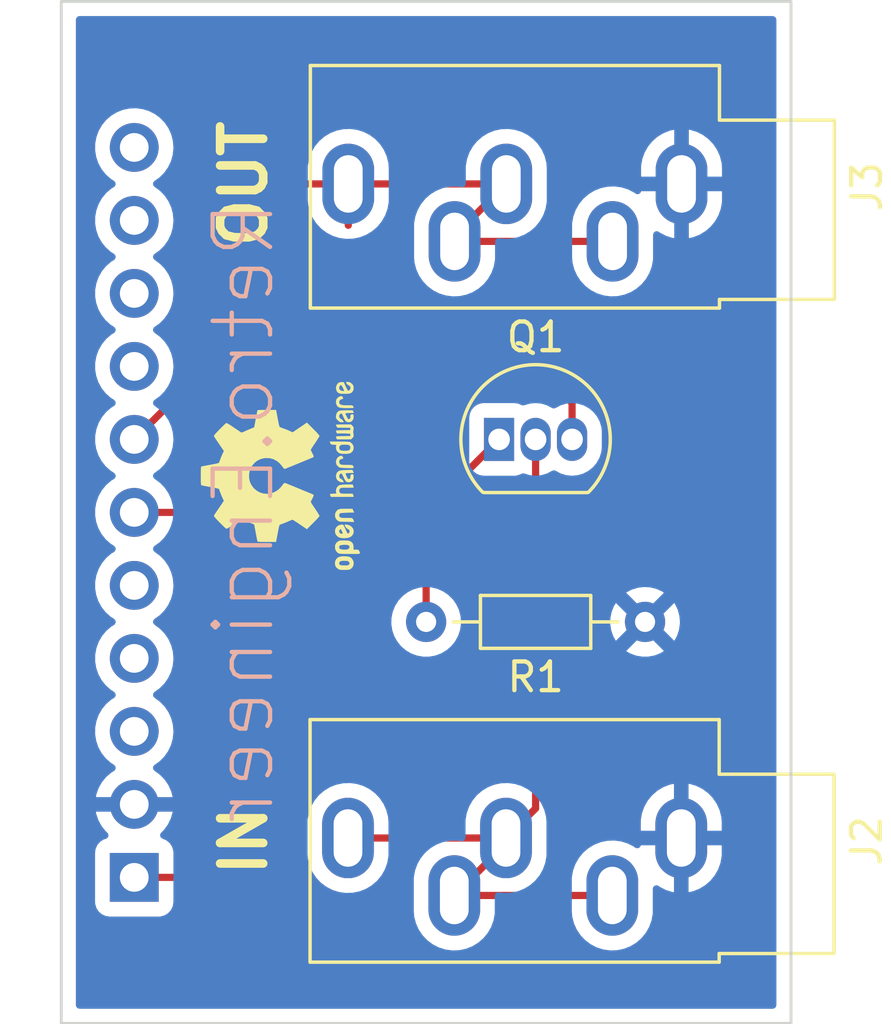
<source format=kicad_pcb>
(kicad_pcb (version 20210126) (generator pcbnew)
  (title_block (title "Sharp PC-1251 Audio Adapter") (date "28 Feb 2021") (rev "A") (company "Retro.Engineer") (comment 1 "License: Creative Commons Attribution 4.0"))
  (layers (0 "F.Cu" signal) (31 "B.Cu" signal) (34 "B.Paste" user) (35 "F.Paste" user) (36 "B.SilkS" user "B.Silkscreen") (37 "F.SilkS" user "F.Silkscreen") (38 "B.Mask" user) (39 "F.Mask" user) (44 "Edge.Cuts" user))
  (net 0 "")
  (net 1 "/GND")
  (net 2 "Net-(Q1-Pad1)")
  (net 7 "/Audio Out")
  (net 8 "Net-(J1-Pad1)")
  (net 12 "/Audio In")
  (footprint "Resistor_THT:R_Axial_DIN0204_L3.6mm_D1.6mm_P7.62mm_Horizontal" (layer "F.Cu") (at 105.41 69.85 180)
    (fp_text reference "R1" (at 3.81 -1.92) (layer "F.SilkS"))
    (fp_text value "10K")
    (fp_line (start 5.73 0.92) (end 5.73 -0.92) (layer "F.SilkS") (width 0.12))
    (fp_line (start 0.94 0) (end 1.89 0) (layer "F.SilkS") (width 0.12))
    (fp_line (start 1.89 0.92) (end 5.73 0.92) (layer "F.SilkS") (width 0.12))
    (fp_line (start 5.73 -0.92) (end 1.89 -0.92) (layer "F.SilkS") (width 0.12))
    (fp_line (start 1.89 -0.92) (end 1.89 0.92) (layer "F.SilkS") (width 0.12))
    (fp_line (start 6.68 0) (end 5.73 0) (layer "F.SilkS") (width 0.12))
    (pad "1" thru_hole circle (at 0 0 180) (size 1.4 1.4) (drill 0.7) (layers *.Cu *.Mask) (net 1 "/GND"))
    (pad "2" thru_hole oval (at 7.62 0 180) (size 1.4 1.4) (drill 0.7) (layers *.Cu *.Mask) (net 2 "Net-(Q1-Pad1)"))
  )
  (footprint "Connector_Audio:Jack_3.5mm_CUI_SJ1-3535NG_Horizontal" (layer "F.Cu") (at 106.67 77.37 -90)
    (fp_text reference "J2" (at 0.1 -6.45 90) (layer "F.SilkS"))
    (fp_text value "In")
    (fp_line (start 4.32 -1.32) (end 4.32 12.92) (layer "F.SilkS") (width 0.12))
    (fp_line (start -2.22 -5.32) (end 4.02 -5.32) (layer "F.SilkS") (width 0.12))
    (fp_line (start 4.02 -5.32) (end 4.02 -1.32) (layer "F.SilkS") (width 0.12))
    (fp_line (start -4.12 12.92) (end -4.12 -1.32) (layer "F.SilkS") (width 0.12))
    (fp_line (start -4.12 -1.32) (end -2.22 -1.32) (layer "F.SilkS") (width 0.12))
    (fp_line (start 4.02 -1.32) (end 4.32 -1.32) (layer "F.SilkS") (width 0.12))
    (fp_line (start -2.22 -1.32) (end -2.22 -5.32) (layer "F.SilkS") (width 0.12))
    (fp_line (start 4.32 12.92) (end -4.12 12.92) (layer "F.SilkS") (width 0.12))
    (pad "R" thru_hole oval (at 2 7.9 270) (size 2.8 1.8) (drill oval 2 1) (layers *.Cu *.Mask) (net 12 "/Audio In"))
    (pad "RN" thru_hole oval (at 0 6.1 270) (size 2.8 1.8) (drill oval 2 1) (layers *.Cu *.Mask) (net 12 "/Audio In"))
    (pad "S" thru_hole oval (at 0 0 270) (size 2.8 1.8) (drill oval 2 1) (layers *.Cu *.Mask) (net 1 "/GND"))
    (pad "T" thru_hole oval (at 2 2.4 270) (size 2.8 1.8) (drill oval 2 1) (layers *.Cu *.Mask) (net 12 "/Audio In"))
    (pad "TN" thru_hole oval (at 0 11.6 270) (size 2.8 1.8) (drill oval 2 1) (layers *.Cu *.Mask) (net 12 "/Audio In"))
  )
  (footprint "Connector_Audio:Jack_3.5mm_CUI_SJ1-3535NG_Horizontal" (layer "F.Cu") (at 106.68 54.61 -90)
    (fp_text reference "J3" (at 0.1 -6.45 90) (layer "F.SilkS"))
    (fp_text value "Out")
    (fp_line (start -2.22 -5.32) (end 4.02 -5.32) (layer "F.SilkS") (width 0.12))
    (fp_line (start -2.22 -1.32) (end -2.22 -5.32) (layer "F.SilkS") (width 0.12))
    (fp_line (start 4.02 -1.32) (end 4.32 -1.32) (layer "F.SilkS") (width 0.12))
    (fp_line (start 4.32 12.92) (end -4.12 12.92) (layer "F.SilkS") (width 0.12))
    (fp_line (start -4.12 12.92) (end -4.12 -1.32) (layer "F.SilkS") (width 0.12))
    (fp_line (start -4.12 -1.32) (end -2.22 -1.32) (layer "F.SilkS") (width 0.12))
    (fp_line (start 4.02 -5.32) (end 4.02 -1.32) (layer "F.SilkS") (width 0.12))
    (fp_line (start 4.32 -1.32) (end 4.32 12.92) (layer "F.SilkS") (width 0.12))
    (pad "R" thru_hole oval (at 2 7.9 270) (size 2.8 1.8) (drill oval 2 1) (layers *.Cu *.Mask) (net 7 "/Audio Out"))
    (pad "RN" thru_hole oval (at 0 6.1 270) (size 2.8 1.8) (drill oval 2 1) (layers *.Cu *.Mask) (net 7 "/Audio Out"))
    (pad "S" thru_hole oval (at 0 0 270) (size 2.8 1.8) (drill oval 2 1) (layers *.Cu *.Mask) (net 1 "/GND"))
    (pad "T" thru_hole oval (at 2 2.4 270) (size 2.8 1.8) (drill oval 2 1) (layers *.Cu *.Mask) (net 7 "/Audio Out"))
    (pad "TN" thru_hole oval (at 0 11.6 270) (size 2.8 1.8) (drill oval 2 1) (layers *.Cu *.Mask) (net 7 "/Audio Out"))
  )
  (footprint "Package_TO_SOT_THT:TO-92_Inline" (layer "F.Cu") (at 100.33 63.5)
    (fp_text reference "Q1" (at 1.27 -3.56) (layer "F.SilkS"))
    (fp_text value "BC327")
    (fp_line (start -0.53 1.85) (end 3.07 1.85) (layer "F.SilkS") (width 0.12))
    (fp_arc (start 1.27 0) (end 1.27 -2.6) (angle 135) (layer "F.SilkS") (width 0.12))
    (fp_arc (start 1.27 0) (end 1.27 -2.6) (angle -135) (layer "F.SilkS") (width 0.12))
    (pad "1" thru_hole rect (at 0 0) (size 1.05 1.5) (drill 0.75) (layers *.Cu *.Mask) (net 2 "Net-(Q1-Pad1)"))
    (pad "2" thru_hole oval (at 1.27 0) (size 1.05 1.5) (drill 0.75) (layers *.Cu *.Mask) (net 12 "/Audio In"))
    (pad "3" thru_hole oval (at 2.54 0) (size 1.05 1.5) (drill 0.75) (layers *.Cu *.Mask) (net 8 "Net-(J1-Pad1)"))
  )
  (footprint "Symbol:OSHW-Logo2_7.3x6mm_SilkScreen" (layer "F.Cu") (at 92.71 64.77 90)
    (fp_text reference "REF**" hide)
    (fp_text value "OSHW-Logo2_7.3x6mm_SilkScreen" hide)
    (fp_poly (pts (xy -2.400256 1.919918) (xy -2.344799 1.947568) (xy -2.295852 1.99848) (xy -2.282371 2.017338) (xy -2.267686 2.042015) (xy -2.258158 2.068816) (xy -2.252707 2.104587) (xy -2.250253 2.156169) (xy -2.249714 2.224267) (xy -2.252148 2.317588) (xy -2.260606 2.387657) (xy -2.276826 2.439931) (xy -2.302546 2.479869) (xy -2.339503 2.512929) (xy -2.342218 2.514886) (xy -2.37864 2.534908) (xy -2.422498 2.544815) (xy -2.478276 2.547257) (xy -2.568952 2.547257) (xy -2.56899 2.635283) (xy -2.569834 2.684308) (xy -2.574976 2.713065) (xy -2.588413 2.730311) (xy -2.614142 2.744808) (xy -2.620321 2.747769) (xy -2.649236 2.761648) (xy -2.671624 2.770414) (xy -2.688271 2.771171) (xy -2.699964 2.761023) (xy -2.70749 2.737073) (xy -2.711634 2.696426) (xy -2.713185 2.636186) (xy -2.712929 2.553455) (xy -2.711651 2.445339) (xy -2.711252 2.413) (xy -2.709815 2.301524) (xy -2.708528 2.228603) (xy -2.569029 2.228603) (xy -2.568245 2.290499) (xy -2.56476 2.330997) (xy -2.556876 2.357708) (xy -2.542895 2.378244) (xy -2.533403 2.38826) (xy -2.494596 2.417567) (xy -2.460237 2.419952) (xy -2.424784 2.39575) (xy -2.423886 2.394857) (xy -2.409461 2.376153) (xy -2.400687 2.350732) (xy -2.396261 2.311584) (xy -2.394882 2.251697) (xy -2.394857 2.23843) (xy -2.398188 2.155901) (xy -2.409031 2.098691) (xy -2.42866 2.063766) (xy -2.45835 2.048094) (xy -2.475509 2.046514) (xy -2.516234 2.053926) (xy -2.544168 2.07833) (xy -2.560983 2.12298) (xy -2.56835 2.19113) (xy -2.569029 2.228603) (xy -2.708528 2.228603) (xy -2.708292 2.215245) (xy -2.706323 2.150333) (xy -2.70355 2.102958) (xy -2.699612 2.06929) (xy -2.694151 2.045498) (xy -2.686808 2.027753) (xy -2.677223 2.012224) (xy -2.673113 2.006381) (xy -2.618595 1.951185) (xy -2.549664 1.91989) (xy -2.469928 1.911165) (xy -2.400256 1.919918)) (layer "F.SilkS") (width 0.01) (fill solid))
    (fp_poly (pts (xy 0.529926 1.949755) (xy 0.595858 1.974084) (xy 0.649273 2.017117) (xy 0.670164 2.047409) (xy 0.692939 2.102994) (xy 0.692466 2.143186) (xy 0.668562 2.170217) (xy 0.659717 2.174813) (xy 0.62153 2.189144) (xy 0.602028 2.185472) (xy 0.595422 2.161407) (xy 0.595086 2.148114) (xy 0.582992 2.09921) (xy 0.551471 2.064999) (xy 0.507659 2.048476) (xy 0.458695 2.052634) (xy 0.418894 2.074227) (xy 0.40545 2.086544) (xy 0.395921 2.101487) (xy 0.389485 2.124075) (xy 0.385317 2.159328) (xy 0.382597 2.212266) (xy 0.380502 2.287907) (xy 0.37996 2.311857) (xy 0.377981 2.39379) (xy 0.375731 2.451455) (xy 0.372357 2.489608) (xy 0.367006 2.513004) (xy 0.358824 2.526398) (xy 0.346959 2.534545) (xy 0.339362 2.538144) (xy 0.307102 2.550452) (xy 0.288111 2.554514) (xy 0.281836 2.540948) (xy 0.278006 2.499934) (xy 0.2766 2.430999) (xy 0.277598 2.333669) (xy 0.277908 2.318657) (xy 0.280101 2.229859) (xy 0.282693 2.165019) (xy 0.286382 2.119067) (xy 0.291864 2.086935) (xy 0.299835 2.063553) (xy 0.310993 2.043852) (xy 0.31683 2.03541) (xy 0.350296 1.998057) (xy 0.387727 1.969003) (xy 0.392309 1.966467) (xy 0.459426 1.946443) (xy 0.529926 1.949755)) (layer "F.SilkS") (width 0.01) (fill solid))
    (fp_poly (pts (xy -1.283907 1.92778) (xy -1.237328 1.954723) (xy -1.204943 1.981466) (xy -1.181258 2.009484) (xy -1.164941 2.043748) (xy -1.154661 2.089227) (xy -1.149086 2.150892) (xy -1.146884 2.233711) (xy -1.146629 2.293246) (xy -1.146629 2.512391) (xy -1.208314 2.540044) (xy -1.27 2.567697) (xy -1.277257 2.32767) (xy -1.280256 2.238028) (xy -1.283402 2.172962) (xy -1.287299 2.128026) (xy -1.292553 2.09877) (xy -1.299769 2.080748) (xy -1.30955 2.069511) (xy -1.312688 2.067079) (xy -1.360239 2.048083) (xy -1.408303 2.0556) (xy -1.436914 2.075543) (xy -1.448553 2.089675) (xy -1.456609 2.10822) (xy -1.461729 2.136334) (xy -1.464559 2.179173) (xy -1.465744 2.241895) (xy -1.465943 2.307261) (xy -1.465982 2.389268) (xy -1.467386 2.447316) (xy -1.472086 2.486465) (xy -1.482013 2.51178) (xy -1.499097 2.528323) (xy -1.525268 2.541156) (xy -1.560225 2.554491) (xy -1.598404 2.569007) (xy -1.593859 2.311389) (xy -1.592029 2.218519) (xy -1.589888 2.149889) (xy -1.586819 2.100711) (xy -1.582206 2.066198) (xy -1.575432 2.041562) (xy -1.565881 2.022016) (xy -1.554366 2.00477) (xy -1.49881 1.94968) (xy -1.43102 1.917822) (xy -1.357287 1.910191) (xy -1.283907 1.92778)) (layer "F.SilkS") (width 0.01) (fill solid))
    (fp_poly (pts (xy 0.10391 -2.757652) (xy 0.182454 -2.757222) (xy 0.239298 -2.756058) (xy 0.278105 -2.753793) (xy 0.302538 -2.75006) (xy 0.316262 -2.744494) (xy 0.32294 -2.736727) (xy 0.326236 -2.726395) (xy 0.326556 -2.725057) (xy 0.331562 -2.700921) (xy 0.340829 -2.653299) (xy 0.353392 -2.587259) (xy 0.368287 -2.507872) (xy 0.384551 -2.420204) (xy 0.385119 -2.417125) (xy 0.40141 -2.331211) (xy 0.416652 -2.255304) (xy 0.429861 -2.193955) (xy 0.440054 -2.151718) (xy 0.446248 -2.133145) (xy 0.446543 -2.132816) (xy 0.464788 -2.123747) (xy 0.502405 -2.108633) (xy 0.551271 -2.090738) (xy 0.551543 -2.090642) (xy 0.613093 -2.067507) (xy 0.685657 -2.038035) (xy 0.754057 -2.008403) (xy 0.757294 -2.006938) (xy 0.868702 -1.956374) (xy 1.115399 -2.12484) (xy 1.191077 -2.176197) (xy 1.259631 -2.222111) (xy 1.317088 -2.25997) (xy 1.359476 -2.287163) (xy 1.382825 -2.301079) (xy 1.385042 -2.302111) (xy 1.40201 -2.297516) (xy 1.433701 -2.275345) (xy 1.481352 -2.234553) (xy 1.546198 -2.174095) (xy 1.612397 -2.109773) (xy 1.676214 -2.046388) (xy 1.733329 -1.988549) (xy 1.780305 -1.939825) (xy 1.813703 -1.90379) (xy 1.830085 -1.884016) (xy 1.830694 -1.882998) (xy 1.832505 -1.869428) (xy 1.825683 -1.847267) (xy 1.80854 -1.813522) (xy 1.779393 -1.7652) (xy 1.736555 -1.699308) (xy 1.679448 -1.614483) (xy 1.628766 -1.539823) (xy 1.583461 -1.47286) (xy 1.54615 -1.417484) (xy 1.519452 -1.37758) (xy 1.505985 -1.357038) (xy 1.505137 -1.355644) (xy 1.506781 -1.335962) (xy 1.519245 -1.297707) (xy 1.540048 -1.248111) (xy 1.547462 -1.232272) (xy 1.579814 -1.16171) (xy 1.614328 -1.081647) (xy 1.642365 -1.012371) (xy 1.662568 -0.960955) (xy 1.678615 -0.921881) (xy 1.687888 -0.901459) (xy 1.689041 -0.899886) (xy 1.706096 -0.897279) (xy 1.746298 -0.890137) (xy 1.804302 -0.879477) (xy 1.874763 -0.866315) (xy 1.952335 -0.851667) (xy 2.031672 -0.836551) (xy 2.107431 -0.821982) (xy 2.174264 -0.808978) (xy 2.226828 -0.798555) (xy 2.259776 -0.79173) (xy 2.267857 -0.789801) (xy 2.276205 -0.785038) (xy 2.282506 -0.774282) (xy 2.287045 -0.753902) (xy 2.290104 -0.720266) (xy 2.291967 -0.669745) (xy 2.292918 -0.598708) (xy 2.29324 -0.503524) (xy 2.293257 -0.464508) (xy 2.293257 -0.147201) (xy 2.217057 -0.132161) (xy 2.174663 -0.124005) (xy 2.1114 -0.112101) (xy 2.034962 -0.097884) (xy 1.953043 -0.08279) (xy 1.9304 -0.078645) (xy 1.854806 -0.063947) (xy 1.788953 -0.049495) (xy 1.738366 -0.036625) (xy 1.708574 -0.026678) (xy 1.703612 -0.023713) (xy 1.691426 -0.002717) (xy 1.673953 0.037967) (xy 1.654577 0.090322) (xy 1.650734 0.1016) (xy 1.625339 0.171523) (xy 1.593817 0.250418) (xy 1.562969 0.321266) (xy 1.562817 0.321595) (xy 1.511447 0.432733) (xy 1.680399 0.681253) (xy 1.849352 0.929772) (xy 1.632429 1.147058) (xy 1.566819 1.211726) (xy 1.506979 1.268733) (xy 1.456267 1.315033) (xy 1.418046 1.347584) (xy 1.395675 1.363343) (xy 1.392466 1.364343) (xy 1.373626 1.356469) (xy 1.33518 1.334578) (xy 1.28133 1.301267) (xy 1.216276 1.259131) (xy 1.14594 1.211943) (xy 1.074555 1.16381) (xy 1.010908 1.121928) (xy 0.959041 1.088871) (xy 0.922995 1.067218) (xy 0.906867 1.059543) (xy 0.887189 1.066037) (xy 0.849875 1.08315) (xy 0.802621 1.107326) (xy 0.797612 1.110013) (xy 0.733977 1.141927) (xy 0.690341 1.157579) (xy 0.663202 1.157745) (xy 0.649057 1.143204) (xy 0.648975 1.143) (xy 0.641905 1.125779) (xy 0.625042 1.084899) (xy 0.599695 1.023525) (xy 0.567171 0.944819) (xy 0.528778 0.851947) (xy 0.485822 0.748072) (xy 0.444222 0.647502) (xy 0.398504 0.536516) (xy 0.356526 0.433703) (xy 0.319548 0.342215) (xy 0.288827 0.265201) (xy 0.265622 0.205815) (xy 0.25119 0.167209) (xy 0.246743 0.1528) (xy 0.257896 0.136272) (xy 0.287069 0.10993) (xy 0.325971 0.080887) (xy 0.436757 -0.010961) (xy 0.523351 -0.116241) (xy 0.584716 -0.232734) (xy 0.619815 -0.358224) (xy 0.627608 -0.490493) (xy 0.621943 -0.551543) (xy 0.591078 -0.678205) (xy 0.53792 -0.790059) (xy 0.465767 -0.885999) (xy 0.377917 -0.964924) (xy 0.277665 -1.02573) (xy 0.16831 -1.067313) (xy 0.053147 -1.088572) (xy -0.064525 -1.088401) (xy -0.18141 -1.065699) (xy -0.294211 -1.019362) (xy -0.399631 -0.948287) (xy -0.443632 -0.908089) (xy -0.528021 -0.804871) (xy -0.586778 -0.692075) (xy -0.620296 -0.57299) (xy -0.628965 -0.450905) (xy -0.613177 -0.329107) (xy -0.573322 -0.210884) (xy -0.509793 -0.099525) (xy -0.422979 0.001684) (xy -0.325971 0.080887) (xy -0.285563 0.111162) (xy -0.257018 0.137219) (xy -0.246743 0.152825) (xy -0.252123 0.169843) (xy -0.267425 0.2105) (xy -0.291388 0.271642) (xy -0.322756 0.350119) (xy -0.360268 0.44278) (xy -0.402667 0.546472) (xy -0.444337 0.647526) (xy -0.49031 0.758607) (xy -0.532893 0.861541) (xy -0.570779 0.953165) (xy -0.60266 1.030316) (xy -0.627229 1.089831) (xy -0.64318 1.128544) (xy -0.64909 1.143) (xy -0.663052 1.157685) (xy -0.69006 1.157642) (xy -0.733587 1.142099) (xy -0.79711 1.110284) (xy -0.797612 1.110013) (xy -0.84544 1.085323) (xy -0.884103 1.067338) (xy -0.905905 1.059614) (xy -0.906867 1.059543) (xy -0.923279 1.067378) (xy -0.959513 1.089165) (xy -1.011526 1.122328) (xy -1.075275 1.164291) (xy -1.14594 1.211943) (xy -1.217884 1.260191) (xy -1.282726 1.302151) (xy -1.336265 1.335227) (xy -1.374303 1.356821) (xy -1.392467 1.364343) (xy -1.409192 1.354457) (xy -1.44282 1.326826) (xy -1.48999 1.284495) (xy -1.547342 1.230505) (xy -1.611516 1.167899) (xy -1.632503 1.146983) (xy -1.849501 0.929623) (xy -1.684332 0.68722) (xy -1.634136 0.612781) (xy -1.590081 0.545972) (xy -1.554638 0.490665) (xy -1.530281 0.450729) (xy -1.519478 0.430036) (xy -1.519162 0.428563) (xy -1.524857 0.409058) (xy -1.540174 0.369822) (xy -1.562463 0.31743) (xy -1.578107 0.282355) (xy -1.607359 0.215201) (xy -1.634906 0.147358) (xy -1.656263 0.090034) (xy -1.662065 0.072572) (xy -1.678548 0.025938) (xy -1.69466 -0.010095) (xy -1.70351 -0.023713) (xy -1.72304 -0.032048) (xy -1.765666 -0.043863) (xy -1.825855 -0.057819) (xy -1.898078 -0.072578) (xy -1.9304 -0.078645) (xy -2.012478 -0.093727) (xy -2.091205 -0.108331) (xy -2.158891 -0.12102) (xy -2.20784 -0.130358) (xy -2.217057 -0.132161) (xy -2.293257 -0.147201) (xy -2.293257 -0.464508) (xy -2.293086 -0.568846) (xy -2.292384 -0.647787) (xy -2.290866 -0.704962) (xy -2.288251 -0.744001) (xy -2.284254 -0.768535) (xy -2.278591 -0.782195) (xy -2.27098 -0.788611) (xy -2.267857 -0.789801) (xy -2.249022 -0.79402) (xy -2.207412 -0.802438) (xy -2.14837 -0.814039) (xy -2.077243 -0.827805) (xy -1.999375 -0.84272) (xy -1.920113 -0.857768) (xy -1.844802 -0.871931) (xy -1.778787 -0.884194) (xy -1.727413 -0.893539) (xy -1.696025 -0.89895) (xy -1.689041 -0.899886) (xy -1.682715 -0.912404) (xy -1.66871 -0.945754) (xy -1.649645 -0.993623) (xy -1.642366 -1.012371) (xy -1.613004 -1.084805) (xy -1.578429 -1.16483) (xy -1.547463 -1.232272) (xy -1.524677 -1.283841) (xy -1.509518 -1.326215) (xy -1.504458 -1.352166) (xy -1.505264 -1.355644) (xy -1.515959 -1.372064) (xy -1.54038 -1.408583) (xy -1.575905 -1.461313) (xy -1.619913 -1.526365) (xy -1.669783 -1.599849) (xy -1.679644 -1.614355) (xy -1.737508 -1.700296) (xy -1.780044 -1.765739) (xy -1.808946 -1.813696) (xy -1.82591 -1.84718) (xy -1.832633 -1.869205) (xy -1.83081 -1.882783) (xy -1.830764 -1.882869) (xy -1.816414 -1.900703) (xy -1.784677 -1.935183) (xy -1.73899 -1.982732) (xy -1.682796 -2.039778) (xy -1.619532 -2.102745) (xy -1.612398 -2.109773) (xy -1.53267 -2.18698) (xy -1.471143 -2.24367) (xy -1.426579 -2.28089) (xy -1.397743 -2.299685) (xy -1.385042 -2.302111) (xy -1.366506 -2.291529) (xy -1.328039 -2.267084) (xy -1.273614 -2.231388) (xy -1.207202 -2.187053) (xy -1.132775 -2.136689) (xy -1.115399 -2.12484) (xy -0.868703 -1.956374) (xy -0.757294 -2.006938) (xy -0.689543 -2.036405) (xy -0.616817 -2.066041) (xy -0.554297 -2.08967) (xy -0.551543 -2.090642) (xy -0.50264 -2.108543) (xy -0.464943 -2.12368) (xy -0.446575 -2.13279) (xy -0.446544 -2.132816) (xy -0.440715 -2.149283) (xy -0.430808 -2.189781) (xy -0.417805 -2.249758) (xy -0.402691 -2.32466) (xy -0.386448 -2.409936) (xy -0.385119 -2.417125) (xy -0.368825 -2.504986) (xy -0.353867 -2.58474) (xy -0.341209 -2.651319) (xy -0.331814 -2.699653) (xy -0.326646 -2.724675) (xy -0.326556 -2.725057) (xy -0.323411 -2.735701) (xy -0.317296 -2.743738) (xy -0.304547 -2.749533) (xy -0.2815 -2.753453) (xy -0.244491 -2.755865) (xy -0.189856 -2.757135) (xy -0.113933 -2.757629) (xy -0.013056 -2.757714) (xy 0 -2.757714) (xy 0.10391 -2.757652)) (layer "F.SilkS") (width 0.01) (fill solid))
    (fp_poly (pts (xy 2.6526 1.958752) (xy 2.669948 1.966334) (xy 2.711356 1.999128) (xy 2.746765 2.046547) (xy 2.768664 2.097151) (xy 2.772229 2.122098) (xy 2.760279 2.156927) (xy 2.734067 2.175357) (xy 2.705964 2.186516) (xy 2.693095 2.188572) (xy 2.686829 2.173649) (xy 2.674456 2.141175) (xy 2.669028 2.126502) (xy 2.63859 2.075744) (xy 2.59452 2.050427) (xy 2.53801 2.051206) (xy 2.533825 2.052203) (xy 2.503655 2.066507) (xy 2.481476 2.094393) (xy 2.466327 2.139287) (xy 2.45725 2.204615) (xy 2.453286 2.293804) (xy 2.452914 2.341261) (xy 2.45273 2.416071) (xy 2.451522 2.467069) (xy 2.448309 2.499471) (xy 2.442109 2.518495) (xy 2.43194 2.529356) (xy 2.416819 2.537272) (xy 2.415946 2.53767) (xy 2.386828 2.549981) (xy 2.372403 2.554514) (xy 2.370186 2.540809) (xy 2.368289 2.502925) (xy 2.366847 2.445715) (xy 2.365998 2.374027) (xy 2.365829 2.321565) (xy 2.366692 2.220047) (xy 2.37007 2.143032) (xy 2.377142 2.086023) (xy 2.389088 2.044526) (xy 2.40709 2.014043) (xy 2.432327 1.99008) (xy 2.457247 1.973355) (xy 2.517171 1.951097) (xy 2.586911 1.946076) (xy 2.6526 1.958752)) (layer "F.SilkS") (width 0.01) (fill solid))
    (fp_poly (pts (xy -2.958885 1.921962) (xy -2.890855 1.957733) (xy -2.840649 2.015301) (xy -2.822815 2.052312) (xy -2.808937 2.107882) (xy -2.801833 2.178096) (xy -2.80116 2.254727) (xy -2.806573 2.329552) (xy -2.81773 2.394342) (xy -2.834286 2.440873) (xy -2.839374 2.448887) (xy -2.899645 2.508707) (xy -2.971231 2.544535) (xy -3.048908 2.55502) (xy -3.127452 2.53881) (xy -3.149311 2.529092) (xy -3.191878 2.499143) (xy -3.229237 2.459433) (xy -3.232768 2.454397) (xy -3.247119 2.430124) (xy -3.256606 2.404178) (xy -3.26221 2.370022) (xy -3.264914 2.321119) (xy -3.265701 2.250935) (xy -3.265714 2.2352) (xy -3.265678 2.230192) (xy -3.120571 2.230192) (xy -3.119727 2.29643) (xy -3.116404 2.340386) (xy -3.109417 2.368779) (xy -3.097584 2.388325) (xy -3.091543 2.394857) (xy -3.056814 2.41968) (xy -3.023097 2.418548) (xy -2.989005 2.397016) (xy -2.968671 2.374029) (xy -2.956629 2.340478) (xy -2.949866 2.287569) (xy -2.949402 2.281399) (xy -2.948248 2.185513) (xy -2.960312 2.114299) (xy -2.98543 2.068194) (xy -3.02344 2.047635) (xy -3.037008 2.046514) (xy -3.072636 2.052152) (xy -3.097006 2.071686) (xy -3.111907 2.109042) (xy -3.119125 2.16815) (xy -3.120571 2.230192) (xy -3.265678 2.230192) (xy -3.265174 2.160413) (xy -3.262904 2.108159) (xy -3.257932 2.071949) (xy -3.249287 2.045299) (xy -3.235995 2.021722) (xy -3.233057 2.017338) (xy -3.183687 1.958249) (xy -3.129891 1.923947) (xy -3.064398 1.910331) (xy -3.042158 1.909665) (xy -2.958885 1.921962)) (layer "F.SilkS") (width 0.01) (fill solid))
    (fp_poly (pts (xy 3.153595 1.966966) (xy 3.211021 2.004497) (xy 3.238719 2.038096) (xy 3.260662 2.099064) (xy 3.262405 2.147308) (xy 3.258457 2.211816) (xy 3.109686 2.276934) (xy 3.037349 2.310202) (xy 2.990084 2.336964) (xy 2.965507 2.360144) (xy 2.961237 2.382667) (xy 2.974889 2.407455) (xy 2.989943 2.423886) (xy 3.033746 2.450235) (xy 3.081389 2.452081) (xy 3.125145 2.431546) (xy 3.157289 2.390752) (xy 3.163038 2.376347) (xy 3.190576 2.331356) (xy 3.222258 2.312182) (xy 3.265714 2.295779) (xy 3.265714 2.357966) (xy 3.261872 2.400283) (xy 3.246823 2.435969) (xy 3.21528 2.476943) (xy 3.210592 2.482267) (xy 3.175506 2.51872) (xy 3.145347 2.538283) (xy 3.107615 2.547283) (xy 3.076335 2.55023) (xy 3.020385 2.550965) (xy 2.980555 2.54166) (xy 2.955708 2.527846) (xy 2.916656 2.497467) (xy 2.889625 2.464613) (xy 2.872517 2.423294) (xy 2.863238 2.367521) (xy 2.859693 2.291305) (xy 2.85941 2.252622) (xy 2.860372 2.206247) (xy 2.948007 2.206247) (xy 2.949023 2.231126) (xy 2.951556 2.2352) (xy 2.968274 2.229665) (xy 3.004249 2.215017) (xy 3.052331 2.19419) (xy 3.062386 2.189714) (xy 3.123152 2.158814) (xy 3.156632 2.131657) (xy 3.16399 2.10622) (xy 3.146391 2.080481) (xy 3.131856 2.069109) (xy 3.07941 2.046364) (xy 3.030322 2.050122) (xy 2.989227 2.077884) (xy 2.960758 2.127152) (xy 2.951631 2.166257) (xy 2.948007 2.206247) (xy 2.860372 2.206247) (xy 2.861285 2.162249) (xy 2.868196 2.095384) (xy 2.881884 2.046695) (xy 2.904096 2.010849) (xy 2.936574 1.982513) (xy 2.950733 1.973355) (xy 3.015053 1.949507) (xy 3.085473 1.948006) (xy 3.153595 1.966966)) (layer "F.SilkS") (width 0.01) (fill solid))
    (fp_poly (pts (xy 0.039744 1.950968) (xy 0.096616 1.972087) (xy 0.097267 1.972493) (xy 0.13244 1.99838) (xy 0.158407 2.028633) (xy 0.17667 2.068058) (xy 0.188732 2.121462) (xy 0.196096 2.193651) (xy 0.200264 2.289432) (xy 0.200629 2.303078) (xy 0.205876 2.508842) (xy 0.161716 2.531678) (xy 0.129763 2.54711) (xy 0.11047 2.554423) (xy 0.109578 2.554514) (xy 0.106239 2.541022) (xy 0.103587 2.504626) (xy 0.101956 2.451452) (xy 0.1016 2.408393) (xy 0.101592 2.338641) (xy 0.098403 2.294837) (xy 0.087288 2.273944) (xy 0.063501 2.272925) (xy 0.022296 2.288741) (xy -0.039914 2.317815) (xy -0.085659 2.341963) (xy -0.109187 2.362913) (xy -0.116104 2.385747) (xy -0.116114 2.386877) (xy -0.104701 2.426212) (xy -0.070908 2.447462) (xy -0.019191 2.450539) (xy 0.018061 2.450006) (xy 0.037703 2.460735) (xy 0.049952 2.486505) (xy 0.057002 2.519337) (xy 0.046842 2.537966) (xy 0.043017 2.540632) (xy 0.007001 2.55134) (xy -0.043434 2.552856) (xy -0.095374 2.545759) (xy -0.132178 2.532788) (xy -0.183062 2.489585) (xy -0.211986 2.429446) (xy -0.217714 2.382462) (xy -0.213343 2.340082) (xy -0.197525 2.305488) (xy -0.166203 2.274763) (xy -0.115322 2.24399) (xy -0.040824 2.209252) (xy -0.036286 2.207288) (xy 0.030821 2.176287) (xy 0.072232 2.150862) (xy 0.089981 2.128014) (xy 0.086107 2.104745) (xy 0.062643 2.078056) (xy 0.055627 2.071914) (xy 0.00863 2.0481) (xy -0.040067 2.049103) (xy -0.082478 2.072451) (xy -0.110616 2.115675) (xy -0.113231 2.12416) (xy -0.138692 2.165308) (xy -0.170999 2.185128) (xy -0.217714 2.20477) (xy -0.217714 2.15395) (xy -0.203504 2.080082) (xy -0.161325 2.012327) (xy -0.139376 1.989661) (xy -0.089483 1.960569) (xy -0.026033 1.9474) (xy 0.039744 1.950968)) (layer "F.SilkS") (width 0.01) (fill solid))
    (fp_poly (pts (xy 1.190117 2.065358) (xy 1.189933 2.173837) (xy 1.189219 2.257287) (xy 1.187675 2.319704) (xy 1.185001 2.365085) (xy 1.180894 2.397429) (xy 1.175055 2.420733) (xy 1.167182 2.438995) (xy 1.161221 2.449418) (xy 1.111855 2.505945) (xy 1.049264 2.541377) (xy 0.980013 2.55409) (xy 0.910668 2.542463) (xy 0.869375 2.521568) (xy 0.826025 2.485422) (xy 0.796481 2.441276) (xy 0.778655 2.383462) (xy 0.770463 2.306313) (xy 0.769302 2.249714) (xy 0.769458 2.245647) (xy 0.870857 2.245647) (xy 0.871476 2.31055) (xy 0.874314 2.353514) (xy 0.88084 2.381622) (xy 0.892523 2.401953) (xy 0.906483 2.417288) (xy 0.953365 2.44689) (xy 1.003701 2.449419) (xy 1.051276 2.424705) (xy 1.054979 2.421356) (xy 1.070783 2.403935) (xy 1.080693 2.383209) (xy 1.086058 2.352362) (xy 1.088228 2.304577) (xy 1.088571 2.251748) (xy 1.087827 2.185381) (xy 1.084748 2.141106) (xy 1.078061 2.112009) (xy 1.066496 2.091173) (xy 1.057013 2.080107) (xy 1.01296 2.052198) (xy 0.962224 2.048843) (xy 0.913796 2.070159) (xy 0.90445 2.078073) (xy 0.88854 2.095647) (xy 0.87861 2.116587) (xy 0.873278 2.147782) (xy 0.871163 2.196122) (xy 0.870857 2.245647) (xy 0.769458 2.245647) (xy 0.77281 2.158568) (xy 0.784726 2.090086) (xy 0.807135 2.0386) (xy 0.842124 1.998443) (xy 0.869375 1.977861) (xy 0.918907 1.955625) (xy 0.976316 1.945304) (xy 1.029682 1.948067) (xy 1.059543 1.959212) (xy 1.071261 1.962383) (xy 1.079037 1.950557) (xy 1.084465 1.918866) (xy 1.088571 1.870593) (xy 1.093067 1.816829) (xy 1.099313 1.784482) (xy 1.110676 1.765985) (xy 1.130528 1.75377) (xy 1.143 1.748362) (xy 1.190171 1.728601) (xy 1.190117 2.065358)) (layer "F.SilkS") (width 0.01) (fill solid))
    (fp_poly (pts (xy 1.779833 1.958663) (xy 1.782048 1.99685) (xy 1.783784 2.054886) (xy 1.784899 2.12818) (xy 1.785257 2.205055) (xy 1.785257 2.465196) (xy 1.739326 2.511127) (xy 1.707675 2.539429) (xy 1.67989 2.550893) (xy 1.641915 2.550168) (xy 1.62684 2.548321) (xy 1.579726 2.542948) (xy 1.540756 2.539869) (xy 1.531257 2.539585) (xy 1.499233 2.541445) (xy 1.453432 2.546114) (xy 1.435674 2.548321) (xy 1.392057 2.551735) (xy 1.362745 2.54432) (xy 1.33368 2.521427) (xy 1.323188 2.511127) (xy 1.277257 2.465196) (xy 1.277257 1.978602) (xy 1.314226 1.961758) (xy 1.346059 1.949282) (xy 1.364683 1.944914) (xy 1.369458 1.958718) (xy 1.373921 1.997286) (xy 1.377775 2.056356) (xy 1.380722 2.131663) (xy 1.382143 2.195286) (xy 1.386114 2.445657) (xy 1.420759 2.450556) (xy 1.452268 2.447131) (xy 1.467708 2.436041) (xy 1.472023 2.415308) (xy 1.475708 2.371145) (xy 1.478469 2.309146) (xy 1.480012 2.234909) (xy 1.480235 2.196706) (xy 1.480457 1.976783) (xy 1.526166 1.960849) (xy 1.558518 1.950015) (xy 1.576115 1.944962) (xy 1.576623 1.944914) (xy 1.578388 1.958648) (xy 1.580329 1.99673) (xy 1.582282 2.054482) (xy 1.584084 2.127227) (xy 1.585343 2.195286) (xy 1.589314 2.445657) (xy 1.6764 2.445657) (xy 1.680396 2.21724) (xy 1.684392 1.988822) (xy 1.726847 1.966868) (xy 1.758192 1.951793) (xy 1.776744 1.944951) (xy 1.777279 1.944914) (xy 1.779833 1.958663)) (layer "F.SilkS") (width 0.01) (fill solid))
    (fp_poly (pts (xy 2.144876 1.956335) (xy 2.186667 1.975344) (xy 2.219469 1.998378) (xy 2.243503 2.024133) (xy 2.260097 2.057358) (xy 2.270577 2.1028) (xy 2.276271 2.165207) (xy 2.278507 2.249327) (xy 2.278743 2.304721) (xy 2.278743 2.520826) (xy 2.241774 2.53767) (xy 2.212656 2.549981) (xy 2.198231 2.554514) (xy 2.195472 2.541025) (xy 2.193282 2.504653) (xy 2.191942 2.451542) (xy 2.191657 2.409372) (xy 2.190434 2.348447) (xy 2.187136 2.300115) (xy 2.182321 2.270518) (xy 2.178496 2.264229) (xy 2.152783 2.270652) (xy 2.112418 2.287125) (xy 2.065679 2.309458) (xy 2.020845 2.333457) (xy 1.986193 2.35493) (xy 1.970002 2.369685) (xy 1.969938 2.369845) (xy 1.97133 2.397152) (xy 1.983818 2.423219) (xy 2.005743 2.444392) (xy 2.037743 2.451474) (xy 2.065092 2.450649) (xy 2.103826 2.450042) (xy 2.124158 2.459116) (xy 2.136369 2.483092) (xy 2.137909 2.487613) (xy 2.143203 2.521806) (xy 2.129047 2.542568) (xy 2.092148 2.552462) (xy 2.052289 2.554292) (xy 1.980562 2.540727) (xy 1.943432 2.521355) (xy 1.897576 2.475845) (xy 1.873256 2.419983) (xy 1.871073 2.360957) (xy 1.891629 2.305953) (xy 1.922549 2.271486) (xy 1.95342 2.252189) (xy 2.001942 2.227759) (xy 2.058485 2.202985) (xy 2.06791 2.199199) (xy 2.130019 2.171791) (xy 2.165822 2.147634) (xy 2.177337 2.123619) (xy 2.16658 2.096635) (xy 2.148114 2.075543) (xy 2.104469 2.049572) (xy 2.056446 2.047624) (xy 2.012406 2.067637) (xy 1.980709 2.107551) (xy 1.976549 2.117848) (xy 1.952327 2.155724) (xy 1.916965 2.183842) (xy 1.872343 2.206917) (xy 1.872343 2.141485) (xy 1.874969 2.101506) (xy 1.88623 2.069997) (xy 1.911199 2.036378) (xy 1.935169 2.010484) (xy 1.972441 1.973817) (xy 2.001401 1.954121) (xy 2.032505 1.94622) (xy 2.067713 1.944914) (xy 2.144876 1.956335)) (layer "F.SilkS") (width 0.01) (fill solid))
    (fp_poly (pts (xy -1.831697 1.931239) (xy -1.774473 1.969735) (xy -1.730251 2.025335) (xy -1.703833 2.096086) (xy -1.69849 2.148162) (xy -1.699097 2.169893) (xy -1.704178 2.186531) (xy -1.718145 2.201437) (xy -1.745411 2.217973) (xy -1.790388 2.239498) (xy -1.857489 2.269374) (xy -1.857829 2.269524) (xy -1.919593 2.297813) (xy -1.970241 2.322933) (xy -2.004596 2.342179) (xy -2.017482 2.352848) (xy -2.017486 2.352934) (xy -2.006128 2.376166) (xy -1.979569 2.401774) (xy -1.949077 2.420221) (xy -1.93363 2.423886) (xy -1.891485 2.411212) (xy -1.855192 2.379471) (xy -1.837483 2.344572) (xy -1.820448 2.318845) (xy -1.787078 2.289546) (xy -1.747851 2.264235) (xy -1.713244 2.250471) (xy -1.706007 2.249714) (xy -1.697861 2.26216) (xy -1.69737 2.293972) (xy -1.703357 2.336866) (xy -1.714643 2.382558) (xy -1.73005 2.422761) (xy -1.730829 2.424322) (xy -1.777196 2.489062) (xy -1.837289 2.533097) (xy -1.905535 2.554711) (xy -1.976362 2.552185) (xy -2.044196 2.523804) (xy -2.047212 2.521808) (xy -2.100573 2.473448) (xy -2.13566 2.410352) (xy -2.155078 2.327387) (xy -2.157684 2.304078) (xy -2.162299 2.194055) (xy -2.156767 2.142748) (xy -2.017486 2.142748) (xy -2.015676 2.174753) (xy -2.005778 2.184093) (xy -1.981102 2.177105) (xy -1.942205 2.160587) (xy -1.898725 2.139881) (xy -1.897644 2.139333) (xy -1.860791 2.119949) (xy -1.846 2.107013) (xy -1.849647 2.093451) (xy -1.865005 2.075632) (xy -1.904077 2.049845) (xy -1.946154 2.04795) (xy -1.983897 2.066717) (xy -2.009966 2.102915) (xy -2.017486 2.142748) (xy -2.156767 2.142748) (xy -2.152806 2.106027) (xy -2.12845 2.036212) (xy -2.094544 1.987302) (xy -2.033347 1.937878) (xy -1.965937 1.913359) (xy -1.89712 1.911797) (xy -1.831697 1.931239)) (layer "F.SilkS") (width 0.01) (fill solid))
    (fp_poly (pts (xy -0.624114 1.851289) (xy -0.619861 1.910613) (xy -0.614975 1.945572) (xy -0.608205 1.96082) (xy -0.598298 1.961015) (xy -0.595086 1.959195) (xy -0.552356 1.946015) (xy -0.496773 1.946785) (xy -0.440263 1.960333) (xy -0.404918 1.977861) (xy -0.368679 2.005861) (xy -0.342187 2.037549) (xy -0.324001 2.077813) (xy -0.312678 2.131543) (xy -0.306778 2.203626) (xy -0.304857 2.298951) (xy -0.304823 2.317237) (xy -0.3048 2.522646) (xy -0.350509 2.53858) (xy -0.382973 2.54942) (xy -0.400785 2.554468) (xy -0.401309 2.554514) (xy -0.403063 2.540828) (xy -0.404556 2.503076) (xy -0.405674 2.446224) (xy -0.406303 2.375234) (xy -0.4064 2.332073) (xy -0.406602 2.246973) (xy -0.407642 2.185981) (xy -0.410169 2.144177) (xy -0.414836 2.116642) (xy -0.422293 2.098456) (xy -0.433189 2.084698) (xy -0.439993 2.078073) (xy -0.486728 2.051375) (xy -0.537728 2.049375) (xy -0.583999 2.071955) (xy -0.592556 2.080107) (xy -0.605107 2.095436) (xy -0.613812 2.113618) (xy -0.619369 2.139909) (xy -0.622474 2.179562) (xy -0.623824 2.237832) (xy -0.624114 2.318173) (xy -0.624114 2.522646) (xy -0.669823 2.53858) (xy -0.702287 2.54942) (xy -0.720099 2.554468) (xy -0.720623 2.554514) (xy -0.721963 2.540623) (xy -0.723172 2.501439) (xy -0.724199 2.4407) (xy -0.724998 2.362141) (xy -0.725519 2.269498) (xy -0.725714 2.166509) (xy -0.725714 1.769342) (xy -0.678543 1.749444) (xy -0.631371 1.729547) (xy -0.624114 1.851289)) (layer "F.SilkS") (width 0.01) (fill solid))
  )
  (footprint "Connector_PinHeader_2.54mm:PinHeader_1x11_P2.54mm_Vertical" (layer "F.Cu") (at 87.63 78.74 180)
    (fp_text reference "J1" hide)
    (fp_text value "Conn_01x11")
    (pad "1" thru_hole rect (at 0 0 180) (size 1.7 1.7) (drill 1) (layers *.Cu *.Mask) (net 8 "Net-(J1-Pad1)"))
    (pad "2" thru_hole oval (at 0 2.54 180) (size 1.7 1.7) (drill 1) (layers *.Cu *.Mask) (net 1 "/GND"))
    (pad "3" thru_hole oval (at 0 5.08 180) (size 1.7 1.7) (drill 1) (layers *.Cu *.Mask))
    (pad "4" thru_hole oval (at 0 7.62 180) (size 1.7 1.7) (drill 1) (layers *.Cu *.Mask))
    (pad "5" thru_hole oval (at 0 10.16 180) (size 1.7 1.7) (drill 1) (layers *.Cu *.Mask))
    (pad "6" thru_hole oval (at 0 12.7 180) (size 1.7 1.7) (drill 1) (layers *.Cu *.Mask) (net 8 "Net-(J1-Pad1)"))
    (pad "7" thru_hole oval (at 0 15.24 180) (size 1.7 1.7) (drill 1) (layers *.Cu *.Mask) (net 7 "/Audio Out"))
    (pad "8" thru_hole oval (at 0 17.78 180) (size 1.7 1.7) (drill 1) (layers *.Cu *.Mask))
    (pad "9" thru_hole oval (at 0 20.32 180) (size 1.7 1.7) (drill 1) (layers *.Cu *.Mask))
    (pad "10" thru_hole oval (at 0 22.86 180) (size 1.7 1.7) (drill 1) (layers *.Cu *.Mask))
    (pad "11" thru_hole oval (at 0 25.4 180) (size 1.7 1.7) (drill 1) (layers *.Cu *.Mask))
  )
  (gr_rect (start 85.09 48.26) (end 110.49 83.82) (layer "Edge.Cuts") (width 0.1) (fill none))
  (gr_text "Retro.Engineer" (at 91.44 66.04 90) (layer "B.SilkS") (effects (font (size 2 2)) (justify mirror)))
  (gr_text "OUT" (at 91.44 54.61 90) (layer "F.SilkS") (effects (font (size 1.5 1.5) (thickness 0.3))))
  (gr_text "IN" (at 91.44 77.47 90) (layer "F.SilkS") (effects (font (size 1.5 1.5) (thickness 0.3))))
  (segment (start 106.58 77.37) (end 106.67 77.37) (width 0.25) (layer "B.Cu") (net 1))
  (segment (start 97.79 66.04) (end 100.33 63.5) (width 0.25) (layer "F.Cu") (net 2))
  (segment (start 97.79 69.85) (end 97.79 66.04) (width 0.25) (layer "F.Cu") (net 2))
  (segment (start 98.78 56.61) (end 104.28 56.61) (width 0.25) (layer "F.Cu") (net 7))
  (segment (start 95.08 56.05) (end 95.08 54.61) (width 0.25) (layer "F.Cu") (net 7))
  (segment (start 98.78 56.61) (end 98.78 56.41) (width 0.25) (layer "F.Cu") (net 7))
  (segment (start 91.44 59.69) (end 87.63 63.5) (width 0.25) (layer "F.Cu") (net 7))
  (segment (start 95.08 54.61) (end 92.71 54.61) (width 0.25) (layer "F.Cu") (net 7))
  (segment (start 91.44 55.88) (end 91.44 59.69) (width 0.25) (layer "F.Cu") (net 7))
  (segment (start 98.78 56.41) (end 100.58 54.61) (width 0.25) (layer "F.Cu") (net 7))
  (segment (start 95.08 54.61) (end 100.58 54.61) (width 0.25) (layer "F.Cu") (net 7))
  (segment (start 92.71 54.61) (end 91.44 55.88) (width 0.25) (layer "F.Cu") (net 7))
  (segment (start 91.44 67.31) (end 90.17 66.04) (width 0.25) (layer "F.Cu") (net 8))
  (segment (start 87.63 66.04) (end 90.17 66.04) (width 0.25) (layer "F.Cu") (net 8))
  (segment (start 90.17 78.74) (end 91.44 77.47) (width 0.25) (layer "F.Cu") (net 8))
  (segment (start 102.87 63.725) (end 102.87 63.5) (width 0.25) (layer "F.Cu") (net 8))
  (segment (start 97.79 60.96) (end 101.6 60.96) (width 0.25) (layer "F.Cu") (net 8))
  (segment (start 102.87 63.5) (end 102.87 63.275) (width 0.25) (layer "F.Cu") (net 8))
  (segment (start 87.63 78.74) (end 90.17 78.74) (width 0.25) (layer "F.Cu") (net 8))
  (segment (start 101.6 60.96) (end 102.87 62.23) (width 0.25) (layer "F.Cu") (net 8))
  (segment (start 91.44 77.47) (end 91.44 67.31) (width 0.25) (layer "F.Cu") (net 8))
  (segment (start 91.44 67.31) (end 97.79 60.96) (width 0.25) (layer "F.Cu") (net 8))
  (segment (start 102.87 62.23) (end 102.87 63.5) (width 0.25) (layer "F.Cu") (net 8))
  (segment (start 104.14 80.01) (end 103.5 79.37) (width 0.25) (layer "F.Cu") (net 12))
  (segment (start 104.27 79.88) (end 104.14 80.01) (width 0.25) (layer "F.Cu") (net 12))
  (segment (start 101.6 76.34) (end 100.57 77.37) (width 0.25) (layer "F.Cu") (net 12))
  (segment (start 100.57 77.57) (end 98.77 79.37) (width 0.25) (layer "F.Cu") (net 12))
  (segment (start 100.57 77.37) (end 100.57 77.57) (width 0.25) (layer "F.Cu") (net 12))
  (segment (start 103.5 79.37) (end 98.77 79.37) (width 0.25) (layer "F.Cu") (net 12))
  (segment (start 95.07 77.37) (end 100.57 77.37) (width 0.25) (layer "F.Cu") (net 12))
  (segment (start 101.6 63.5) (end 101.6 76.34) (width 0.25) (layer "F.Cu") (net 12))
  (segment (start 104.27 79.37) (end 104.27 79.88) (width 0.25) (layer "F.Cu") (net 12))
  (zone (net 1) (net_name "/GND") (layer "B.Cu") (connect_pads (clearance 0.508)) (min_thickness 0.254) (fill yes (thermal_gap 0.508) (thermal_bridge_width 0.508))
    (polygon (pts (xy 110.49 83.82) (xy 85.09 83.82) (xy 85.09 48.26) (xy 110.49 48.26)))
  )
)
</source>
